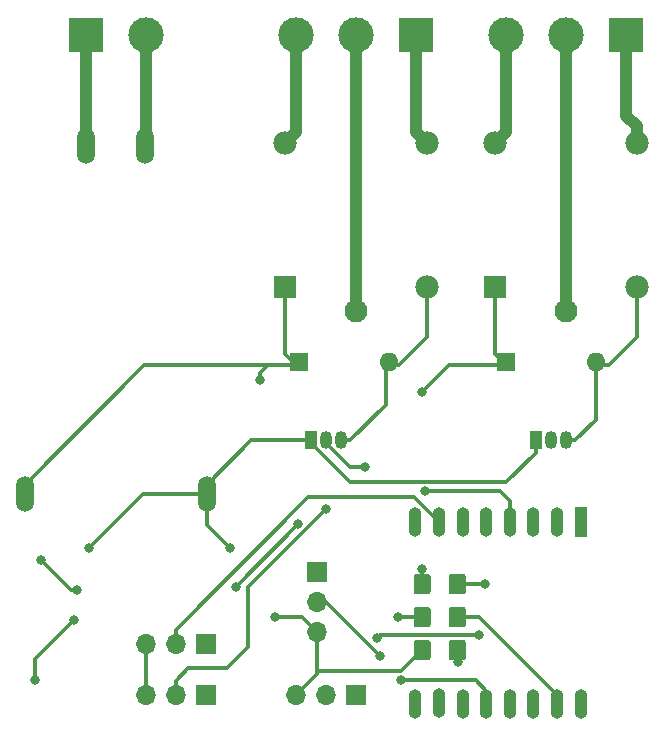
<source format=gbr>
G04 #@! TF.GenerationSoftware,KiCad,Pcbnew,5.0.2-bee76a0~70~ubuntu18.10.1*
G04 #@! TF.CreationDate,2019-05-17T12:20:37+02:00*
G04 #@! TF.ProjectId,interruptor,696e7465-7272-4757-9074-6f722e6b6963,rev?*
G04 #@! TF.SameCoordinates,Original*
G04 #@! TF.FileFunction,Copper,L2,Bot*
G04 #@! TF.FilePolarity,Positive*
%FSLAX46Y46*%
G04 Gerber Fmt 4.6, Leading zero omitted, Abs format (unit mm)*
G04 Created by KiCad (PCBNEW 5.0.2-bee76a0~70~ubuntu18.10.1) date vie 17 may 2019 12:20:37 CEST*
%MOMM*%
%LPD*%
G01*
G04 APERTURE LIST*
G04 #@! TA.AperFunction,ComponentPad*
%ADD10O,1.600000X1.600000*%
G04 #@! TD*
G04 #@! TA.AperFunction,ComponentPad*
%ADD11R,1.600000X1.600000*%
G04 #@! TD*
G04 #@! TA.AperFunction,Conductor*
%ADD12C,0.100000*%
G04 #@! TD*
G04 #@! TA.AperFunction,SMDPad,CuDef*
%ADD13C,1.425000*%
G04 #@! TD*
G04 #@! TA.AperFunction,ComponentPad*
%ADD14R,1.100000X2.500000*%
G04 #@! TD*
G04 #@! TA.AperFunction,ComponentPad*
%ADD15O,1.100000X2.500000*%
G04 #@! TD*
G04 #@! TA.AperFunction,ComponentPad*
%ADD16O,1.508000X3.016000*%
G04 #@! TD*
G04 #@! TA.AperFunction,ComponentPad*
%ADD17R,3.000000X3.000000*%
G04 #@! TD*
G04 #@! TA.AperFunction,ComponentPad*
%ADD18C,3.000000*%
G04 #@! TD*
G04 #@! TA.AperFunction,ComponentPad*
%ADD19R,1.700000X1.700000*%
G04 #@! TD*
G04 #@! TA.AperFunction,ComponentPad*
%ADD20O,1.700000X1.700000*%
G04 #@! TD*
G04 #@! TA.AperFunction,ComponentPad*
%ADD21R,1.980000X1.980000*%
G04 #@! TD*
G04 #@! TA.AperFunction,ComponentPad*
%ADD22C,1.935000*%
G04 #@! TD*
G04 #@! TA.AperFunction,ComponentPad*
%ADD23C,1.980000*%
G04 #@! TD*
G04 #@! TA.AperFunction,ComponentPad*
%ADD24R,1.050000X1.500000*%
G04 #@! TD*
G04 #@! TA.AperFunction,ComponentPad*
%ADD25O,1.050000X1.500000*%
G04 #@! TD*
G04 #@! TA.AperFunction,ViaPad*
%ADD26C,0.800000*%
G04 #@! TD*
G04 #@! TA.AperFunction,Conductor*
%ADD27C,0.304800*%
G04 #@! TD*
G04 #@! TA.AperFunction,Conductor*
%ADD28C,1.016000*%
G04 #@! TD*
G04 APERTURE END LIST*
D10*
G04 #@! TO.P,D2,1*
G04 #@! TO.N,Net-(D2-Pad1)*
X135945000Y-92475000D03*
D11*
G04 #@! TO.P,D2,2*
G04 #@! TO.N,Net-(C1-Pad1)*
X128325000Y-92475000D03*
G04 #@! TD*
G04 #@! TO.P,D1,2*
G04 #@! TO.N,Net-(C1-Pad1)*
X110775000Y-92450000D03*
D10*
G04 #@! TO.P,D1,1*
G04 #@! TO.N,Net-(D1-Pad1)*
X118395000Y-92450000D03*
G04 #@! TD*
D12*
G04 #@! TO.N,Net-(R1-Pad1)*
G04 #@! TO.C,R1*
G36*
X124656504Y-110378204D02*
X124680773Y-110381804D01*
X124704571Y-110387765D01*
X124727671Y-110396030D01*
X124749849Y-110406520D01*
X124770893Y-110419133D01*
X124790598Y-110433747D01*
X124808777Y-110450223D01*
X124825253Y-110468402D01*
X124839867Y-110488107D01*
X124852480Y-110509151D01*
X124862970Y-110531329D01*
X124871235Y-110554429D01*
X124877196Y-110578227D01*
X124880796Y-110602496D01*
X124882000Y-110627000D01*
X124882000Y-111877000D01*
X124880796Y-111901504D01*
X124877196Y-111925773D01*
X124871235Y-111949571D01*
X124862970Y-111972671D01*
X124852480Y-111994849D01*
X124839867Y-112015893D01*
X124825253Y-112035598D01*
X124808777Y-112053777D01*
X124790598Y-112070253D01*
X124770893Y-112084867D01*
X124749849Y-112097480D01*
X124727671Y-112107970D01*
X124704571Y-112116235D01*
X124680773Y-112122196D01*
X124656504Y-112125796D01*
X124632000Y-112127000D01*
X123707000Y-112127000D01*
X123682496Y-112125796D01*
X123658227Y-112122196D01*
X123634429Y-112116235D01*
X123611329Y-112107970D01*
X123589151Y-112097480D01*
X123568107Y-112084867D01*
X123548402Y-112070253D01*
X123530223Y-112053777D01*
X123513747Y-112035598D01*
X123499133Y-112015893D01*
X123486520Y-111994849D01*
X123476030Y-111972671D01*
X123467765Y-111949571D01*
X123461804Y-111925773D01*
X123458204Y-111901504D01*
X123457000Y-111877000D01*
X123457000Y-110627000D01*
X123458204Y-110602496D01*
X123461804Y-110578227D01*
X123467765Y-110554429D01*
X123476030Y-110531329D01*
X123486520Y-110509151D01*
X123499133Y-110488107D01*
X123513747Y-110468402D01*
X123530223Y-110450223D01*
X123548402Y-110433747D01*
X123568107Y-110419133D01*
X123589151Y-110406520D01*
X123611329Y-110396030D01*
X123634429Y-110387765D01*
X123658227Y-110381804D01*
X123682496Y-110378204D01*
X123707000Y-110377000D01*
X124632000Y-110377000D01*
X124656504Y-110378204D01*
X124656504Y-110378204D01*
G37*
D13*
G04 #@! TD*
G04 #@! TO.P,R1,1*
G04 #@! TO.N,Net-(R1-Pad1)*
X124169500Y-111252000D03*
D12*
G04 #@! TO.N,vcc*
G04 #@! TO.C,R1*
G36*
X121681504Y-110378204D02*
X121705773Y-110381804D01*
X121729571Y-110387765D01*
X121752671Y-110396030D01*
X121774849Y-110406520D01*
X121795893Y-110419133D01*
X121815598Y-110433747D01*
X121833777Y-110450223D01*
X121850253Y-110468402D01*
X121864867Y-110488107D01*
X121877480Y-110509151D01*
X121887970Y-110531329D01*
X121896235Y-110554429D01*
X121902196Y-110578227D01*
X121905796Y-110602496D01*
X121907000Y-110627000D01*
X121907000Y-111877000D01*
X121905796Y-111901504D01*
X121902196Y-111925773D01*
X121896235Y-111949571D01*
X121887970Y-111972671D01*
X121877480Y-111994849D01*
X121864867Y-112015893D01*
X121850253Y-112035598D01*
X121833777Y-112053777D01*
X121815598Y-112070253D01*
X121795893Y-112084867D01*
X121774849Y-112097480D01*
X121752671Y-112107970D01*
X121729571Y-112116235D01*
X121705773Y-112122196D01*
X121681504Y-112125796D01*
X121657000Y-112127000D01*
X120732000Y-112127000D01*
X120707496Y-112125796D01*
X120683227Y-112122196D01*
X120659429Y-112116235D01*
X120636329Y-112107970D01*
X120614151Y-112097480D01*
X120593107Y-112084867D01*
X120573402Y-112070253D01*
X120555223Y-112053777D01*
X120538747Y-112035598D01*
X120524133Y-112015893D01*
X120511520Y-111994849D01*
X120501030Y-111972671D01*
X120492765Y-111949571D01*
X120486804Y-111925773D01*
X120483204Y-111901504D01*
X120482000Y-111877000D01*
X120482000Y-110627000D01*
X120483204Y-110602496D01*
X120486804Y-110578227D01*
X120492765Y-110554429D01*
X120501030Y-110531329D01*
X120511520Y-110509151D01*
X120524133Y-110488107D01*
X120538747Y-110468402D01*
X120555223Y-110450223D01*
X120573402Y-110433747D01*
X120593107Y-110419133D01*
X120614151Y-110406520D01*
X120636329Y-110396030D01*
X120659429Y-110387765D01*
X120683227Y-110381804D01*
X120707496Y-110378204D01*
X120732000Y-110377000D01*
X121657000Y-110377000D01*
X121681504Y-110378204D01*
X121681504Y-110378204D01*
G37*
D13*
G04 #@! TD*
G04 #@! TO.P,R1,2*
G04 #@! TO.N,vcc*
X121194500Y-111252000D03*
D12*
G04 #@! TO.N,GND*
G04 #@! TO.C,R2*
G36*
X121681504Y-115966204D02*
X121705773Y-115969804D01*
X121729571Y-115975765D01*
X121752671Y-115984030D01*
X121774849Y-115994520D01*
X121795893Y-116007133D01*
X121815598Y-116021747D01*
X121833777Y-116038223D01*
X121850253Y-116056402D01*
X121864867Y-116076107D01*
X121877480Y-116097151D01*
X121887970Y-116119329D01*
X121896235Y-116142429D01*
X121902196Y-116166227D01*
X121905796Y-116190496D01*
X121907000Y-116215000D01*
X121907000Y-117465000D01*
X121905796Y-117489504D01*
X121902196Y-117513773D01*
X121896235Y-117537571D01*
X121887970Y-117560671D01*
X121877480Y-117582849D01*
X121864867Y-117603893D01*
X121850253Y-117623598D01*
X121833777Y-117641777D01*
X121815598Y-117658253D01*
X121795893Y-117672867D01*
X121774849Y-117685480D01*
X121752671Y-117695970D01*
X121729571Y-117704235D01*
X121705773Y-117710196D01*
X121681504Y-117713796D01*
X121657000Y-117715000D01*
X120732000Y-117715000D01*
X120707496Y-117713796D01*
X120683227Y-117710196D01*
X120659429Y-117704235D01*
X120636329Y-117695970D01*
X120614151Y-117685480D01*
X120593107Y-117672867D01*
X120573402Y-117658253D01*
X120555223Y-117641777D01*
X120538747Y-117623598D01*
X120524133Y-117603893D01*
X120511520Y-117582849D01*
X120501030Y-117560671D01*
X120492765Y-117537571D01*
X120486804Y-117513773D01*
X120483204Y-117489504D01*
X120482000Y-117465000D01*
X120482000Y-116215000D01*
X120483204Y-116190496D01*
X120486804Y-116166227D01*
X120492765Y-116142429D01*
X120501030Y-116119329D01*
X120511520Y-116097151D01*
X120524133Y-116076107D01*
X120538747Y-116056402D01*
X120555223Y-116038223D01*
X120573402Y-116021747D01*
X120593107Y-116007133D01*
X120614151Y-115994520D01*
X120636329Y-115984030D01*
X120659429Y-115975765D01*
X120683227Y-115969804D01*
X120707496Y-115966204D01*
X120732000Y-115965000D01*
X121657000Y-115965000D01*
X121681504Y-115966204D01*
X121681504Y-115966204D01*
G37*
D13*
G04 #@! TD*
G04 #@! TO.P,R2,2*
G04 #@! TO.N,GND*
X121194500Y-116840000D03*
D12*
G04 #@! TO.N,Net-(R2-Pad1)*
G04 #@! TO.C,R2*
G36*
X124656504Y-115966204D02*
X124680773Y-115969804D01*
X124704571Y-115975765D01*
X124727671Y-115984030D01*
X124749849Y-115994520D01*
X124770893Y-116007133D01*
X124790598Y-116021747D01*
X124808777Y-116038223D01*
X124825253Y-116056402D01*
X124839867Y-116076107D01*
X124852480Y-116097151D01*
X124862970Y-116119329D01*
X124871235Y-116142429D01*
X124877196Y-116166227D01*
X124880796Y-116190496D01*
X124882000Y-116215000D01*
X124882000Y-117465000D01*
X124880796Y-117489504D01*
X124877196Y-117513773D01*
X124871235Y-117537571D01*
X124862970Y-117560671D01*
X124852480Y-117582849D01*
X124839867Y-117603893D01*
X124825253Y-117623598D01*
X124808777Y-117641777D01*
X124790598Y-117658253D01*
X124770893Y-117672867D01*
X124749849Y-117685480D01*
X124727671Y-117695970D01*
X124704571Y-117704235D01*
X124680773Y-117710196D01*
X124656504Y-117713796D01*
X124632000Y-117715000D01*
X123707000Y-117715000D01*
X123682496Y-117713796D01*
X123658227Y-117710196D01*
X123634429Y-117704235D01*
X123611329Y-117695970D01*
X123589151Y-117685480D01*
X123568107Y-117672867D01*
X123548402Y-117658253D01*
X123530223Y-117641777D01*
X123513747Y-117623598D01*
X123499133Y-117603893D01*
X123486520Y-117582849D01*
X123476030Y-117560671D01*
X123467765Y-117537571D01*
X123461804Y-117513773D01*
X123458204Y-117489504D01*
X123457000Y-117465000D01*
X123457000Y-116215000D01*
X123458204Y-116190496D01*
X123461804Y-116166227D01*
X123467765Y-116142429D01*
X123476030Y-116119329D01*
X123486520Y-116097151D01*
X123499133Y-116076107D01*
X123513747Y-116056402D01*
X123530223Y-116038223D01*
X123548402Y-116021747D01*
X123568107Y-116007133D01*
X123589151Y-115994520D01*
X123611329Y-115984030D01*
X123634429Y-115975765D01*
X123658227Y-115969804D01*
X123682496Y-115966204D01*
X123707000Y-115965000D01*
X124632000Y-115965000D01*
X124656504Y-115966204D01*
X124656504Y-115966204D01*
G37*
D13*
G04 #@! TD*
G04 #@! TO.P,R2,1*
G04 #@! TO.N,Net-(R2-Pad1)*
X124169500Y-116840000D03*
D12*
G04 #@! TO.N,Net-(J2-Pad2)*
G04 #@! TO.C,R3*
G36*
X121681504Y-113172204D02*
X121705773Y-113175804D01*
X121729571Y-113181765D01*
X121752671Y-113190030D01*
X121774849Y-113200520D01*
X121795893Y-113213133D01*
X121815598Y-113227747D01*
X121833777Y-113244223D01*
X121850253Y-113262402D01*
X121864867Y-113282107D01*
X121877480Y-113303151D01*
X121887970Y-113325329D01*
X121896235Y-113348429D01*
X121902196Y-113372227D01*
X121905796Y-113396496D01*
X121907000Y-113421000D01*
X121907000Y-114671000D01*
X121905796Y-114695504D01*
X121902196Y-114719773D01*
X121896235Y-114743571D01*
X121887970Y-114766671D01*
X121877480Y-114788849D01*
X121864867Y-114809893D01*
X121850253Y-114829598D01*
X121833777Y-114847777D01*
X121815598Y-114864253D01*
X121795893Y-114878867D01*
X121774849Y-114891480D01*
X121752671Y-114901970D01*
X121729571Y-114910235D01*
X121705773Y-114916196D01*
X121681504Y-114919796D01*
X121657000Y-114921000D01*
X120732000Y-114921000D01*
X120707496Y-114919796D01*
X120683227Y-114916196D01*
X120659429Y-114910235D01*
X120636329Y-114901970D01*
X120614151Y-114891480D01*
X120593107Y-114878867D01*
X120573402Y-114864253D01*
X120555223Y-114847777D01*
X120538747Y-114829598D01*
X120524133Y-114809893D01*
X120511520Y-114788849D01*
X120501030Y-114766671D01*
X120492765Y-114743571D01*
X120486804Y-114719773D01*
X120483204Y-114695504D01*
X120482000Y-114671000D01*
X120482000Y-113421000D01*
X120483204Y-113396496D01*
X120486804Y-113372227D01*
X120492765Y-113348429D01*
X120501030Y-113325329D01*
X120511520Y-113303151D01*
X120524133Y-113282107D01*
X120538747Y-113262402D01*
X120555223Y-113244223D01*
X120573402Y-113227747D01*
X120593107Y-113213133D01*
X120614151Y-113200520D01*
X120636329Y-113190030D01*
X120659429Y-113181765D01*
X120683227Y-113175804D01*
X120707496Y-113172204D01*
X120732000Y-113171000D01*
X121657000Y-113171000D01*
X121681504Y-113172204D01*
X121681504Y-113172204D01*
G37*
D13*
G04 #@! TD*
G04 #@! TO.P,R3,1*
G04 #@! TO.N,Net-(J2-Pad2)*
X121194500Y-114046000D03*
D12*
G04 #@! TO.N,Net-(R3-Pad2)*
G04 #@! TO.C,R3*
G36*
X124656504Y-113172204D02*
X124680773Y-113175804D01*
X124704571Y-113181765D01*
X124727671Y-113190030D01*
X124749849Y-113200520D01*
X124770893Y-113213133D01*
X124790598Y-113227747D01*
X124808777Y-113244223D01*
X124825253Y-113262402D01*
X124839867Y-113282107D01*
X124852480Y-113303151D01*
X124862970Y-113325329D01*
X124871235Y-113348429D01*
X124877196Y-113372227D01*
X124880796Y-113396496D01*
X124882000Y-113421000D01*
X124882000Y-114671000D01*
X124880796Y-114695504D01*
X124877196Y-114719773D01*
X124871235Y-114743571D01*
X124862970Y-114766671D01*
X124852480Y-114788849D01*
X124839867Y-114809893D01*
X124825253Y-114829598D01*
X124808777Y-114847777D01*
X124790598Y-114864253D01*
X124770893Y-114878867D01*
X124749849Y-114891480D01*
X124727671Y-114901970D01*
X124704571Y-114910235D01*
X124680773Y-114916196D01*
X124656504Y-114919796D01*
X124632000Y-114921000D01*
X123707000Y-114921000D01*
X123682496Y-114919796D01*
X123658227Y-114916196D01*
X123634429Y-114910235D01*
X123611329Y-114901970D01*
X123589151Y-114891480D01*
X123568107Y-114878867D01*
X123548402Y-114864253D01*
X123530223Y-114847777D01*
X123513747Y-114829598D01*
X123499133Y-114809893D01*
X123486520Y-114788849D01*
X123476030Y-114766671D01*
X123467765Y-114743571D01*
X123461804Y-114719773D01*
X123458204Y-114695504D01*
X123457000Y-114671000D01*
X123457000Y-113421000D01*
X123458204Y-113396496D01*
X123461804Y-113372227D01*
X123467765Y-113348429D01*
X123476030Y-113325329D01*
X123486520Y-113303151D01*
X123499133Y-113282107D01*
X123513747Y-113262402D01*
X123530223Y-113244223D01*
X123548402Y-113227747D01*
X123568107Y-113213133D01*
X123589151Y-113200520D01*
X123611329Y-113190030D01*
X123634429Y-113181765D01*
X123658227Y-113175804D01*
X123682496Y-113172204D01*
X123707000Y-113171000D01*
X124632000Y-113171000D01*
X124656504Y-113172204D01*
X124656504Y-113172204D01*
G37*
D13*
G04 #@! TD*
G04 #@! TO.P,R3,2*
G04 #@! TO.N,Net-(R3-Pad2)*
X124169500Y-114046000D03*
D14*
G04 #@! TO.P,U3,1*
G04 #@! TO.N,N/C*
X134620000Y-105980000D03*
D15*
G04 #@! TO.P,U3,2*
X132620000Y-105980000D03*
G04 #@! TO.P,U3,3*
G04 #@! TO.N,Net-(R1-Pad1)*
X130620000Y-105980000D03*
G04 #@! TO.P,U3,4*
G04 #@! TO.N,int_1*
X128620000Y-105980000D03*
G04 #@! TO.P,U3,5*
G04 #@! TO.N,Relay_2*
X126620000Y-105980000D03*
G04 #@! TO.P,U3,6*
G04 #@! TO.N,Relay_1*
X124620000Y-105980000D03*
G04 #@! TO.P,U3,7*
G04 #@! TO.N,int_2*
X122620000Y-105980000D03*
G04 #@! TO.P,U3,8*
G04 #@! TO.N,vcc*
X120620000Y-105980000D03*
G04 #@! TO.P,U3,9*
G04 #@! TO.N,GND*
X120620000Y-121380000D03*
G04 #@! TO.P,U3,10*
G04 #@! TO.N,Net-(R2-Pad1)*
X122620000Y-121280000D03*
G04 #@! TO.P,U3,11*
G04 #@! TO.N,N/C*
X124620000Y-121380000D03*
G04 #@! TO.P,U3,12*
G04 #@! TO.N,Net-(J7-Pad2)*
X126620000Y-121380000D03*
G04 #@! TO.P,U3,13*
G04 #@! TO.N,N/C*
X128620000Y-121380000D03*
G04 #@! TO.P,U3,14*
X130620000Y-121380000D03*
G04 #@! TO.P,U3,15*
G04 #@! TO.N,Net-(R3-Pad2)*
X132620000Y-121380000D03*
G04 #@! TO.P,U3,16*
G04 #@! TO.N,Net-(J2-Pad1)*
X134620000Y-121380000D03*
G04 #@! TD*
D16*
G04 #@! TO.P,U1,P$1*
G04 #@! TO.N,Net-(J1-Pad2)*
X97750000Y-74200000D03*
G04 #@! TO.P,U1,P$2*
G04 #@! TO.N,Net-(J1-Pad1)*
X92750000Y-74200000D03*
G04 #@! TO.P,U1,P$3*
G04 #@! TO.N,GND*
X102950000Y-103600000D03*
G04 #@! TO.P,U1,P$4*
G04 #@! TO.N,Net-(C1-Pad1)*
X87550000Y-103600000D03*
G04 #@! TD*
D17*
G04 #@! TO.P,J1,1*
G04 #@! TO.N,Net-(J1-Pad1)*
X92710000Y-64770000D03*
D18*
G04 #@! TO.P,J1,2*
G04 #@! TO.N,Net-(J1-Pad2)*
X97790000Y-64770000D03*
G04 #@! TD*
D19*
G04 #@! TO.P,J2,1*
G04 #@! TO.N,Net-(J2-Pad1)*
X115570000Y-120650000D03*
D20*
G04 #@! TO.P,J2,2*
G04 #@! TO.N,Net-(J2-Pad2)*
X113030000Y-120650000D03*
G04 #@! TO.P,J2,3*
G04 #@! TO.N,GND*
X110490000Y-120650000D03*
G04 #@! TD*
D21*
G04 #@! TO.P,K1,A1*
G04 #@! TO.N,Net-(C1-Pad1)*
X109570000Y-86110000D03*
D22*
G04 #@! TO.P,K1,COM*
G04 #@! TO.N,Net-(J3-Pad2)*
X115570000Y-88110000D03*
D23*
G04 #@! TO.P,K1,A2*
G04 #@! TO.N,Net-(D1-Pad1)*
X121570000Y-86110000D03*
G04 #@! TO.P,K1,NO*
G04 #@! TO.N,Net-(J3-Pad1)*
X121570000Y-73910000D03*
G04 #@! TO.P,K1,NC*
G04 #@! TO.N,Net-(J3-Pad3)*
X109570000Y-73910000D03*
G04 #@! TD*
D21*
G04 #@! TO.P,K2,A1*
G04 #@! TO.N,Net-(C1-Pad1)*
X127350000Y-86110000D03*
D22*
G04 #@! TO.P,K2,COM*
G04 #@! TO.N,Net-(J4-Pad2)*
X133350000Y-88110000D03*
D23*
G04 #@! TO.P,K2,A2*
G04 #@! TO.N,Net-(D2-Pad1)*
X139350000Y-86110000D03*
G04 #@! TO.P,K2,NO*
G04 #@! TO.N,Net-(J4-Pad1)*
X139350000Y-73910000D03*
G04 #@! TO.P,K2,NC*
G04 #@! TO.N,Net-(J4-Pad3)*
X127350000Y-73910000D03*
G04 #@! TD*
D18*
G04 #@! TO.P,J3,3*
G04 #@! TO.N,Net-(J3-Pad3)*
X110490000Y-64770000D03*
G04 #@! TO.P,J3,2*
G04 #@! TO.N,Net-(J3-Pad2)*
X115570000Y-64770000D03*
D17*
G04 #@! TO.P,J3,1*
G04 #@! TO.N,Net-(J3-Pad1)*
X120650000Y-64770000D03*
G04 #@! TD*
G04 #@! TO.P,J4,1*
G04 #@! TO.N,Net-(J4-Pad1)*
X138430000Y-64770000D03*
D18*
G04 #@! TO.P,J4,2*
G04 #@! TO.N,Net-(J4-Pad2)*
X133350000Y-64770000D03*
G04 #@! TO.P,J4,3*
G04 #@! TO.N,Net-(J4-Pad3)*
X128270000Y-64770000D03*
G04 #@! TD*
D19*
G04 #@! TO.P,J5,1*
G04 #@! TO.N,vcc*
X102870000Y-120650000D03*
D20*
G04 #@! TO.P,J5,2*
G04 #@! TO.N,int_1*
X100330000Y-120650000D03*
G04 #@! TO.P,J5,3*
G04 #@! TO.N,GND*
X97790000Y-120650000D03*
G04 #@! TD*
D24*
G04 #@! TO.P,Q1,1*
G04 #@! TO.N,GND*
X111760000Y-99060000D03*
D25*
G04 #@! TO.P,Q1,3*
G04 #@! TO.N,Net-(D1-Pad1)*
X114300000Y-99060000D03*
G04 #@! TO.P,Q1,2*
G04 #@! TO.N,Net-(Q1-Pad2)*
X113030000Y-99060000D03*
G04 #@! TD*
G04 #@! TO.P,Q2,2*
G04 #@! TO.N,Net-(Q2-Pad2)*
X132080000Y-99060000D03*
G04 #@! TO.P,Q2,3*
G04 #@! TO.N,Net-(D2-Pad1)*
X133350000Y-99060000D03*
D24*
G04 #@! TO.P,Q2,1*
G04 #@! TO.N,GND*
X130810000Y-99060000D03*
G04 #@! TD*
D20*
G04 #@! TO.P,J6,3*
G04 #@! TO.N,GND*
X97790000Y-116332000D03*
G04 #@! TO.P,J6,2*
G04 #@! TO.N,int_2*
X100330000Y-116332000D03*
D19*
G04 #@! TO.P,J6,1*
G04 #@! TO.N,vcc*
X102870000Y-116332000D03*
G04 #@! TD*
G04 #@! TO.P,J7,1*
G04 #@! TO.N,N/C*
X112268000Y-110236000D03*
D20*
G04 #@! TO.P,J7,2*
G04 #@! TO.N,Net-(J7-Pad2)*
X112268000Y-112776000D03*
G04 #@! TO.P,J7,3*
G04 #@! TO.N,GND*
X112268000Y-115316000D03*
G04 #@! TD*
D26*
G04 #@! TO.N,Net-(C1-Pad1)*
X88900000Y-109220000D03*
X91948000Y-111760000D03*
X121158000Y-94996000D03*
X107442000Y-93980000D03*
G04 #@! TO.N,GND*
X92964000Y-108204000D03*
X104902000Y-108204000D03*
X108712000Y-114046000D03*
X121194500Y-116840000D03*
G04 #@! TO.N,Net-(R1-Pad1)*
X126492000Y-111252000D03*
G04 #@! TO.N,Net-(R2-Pad1)*
X124206000Y-117856000D03*
G04 #@! TO.N,Net-(J2-Pad1)*
X125984000Y-115570000D03*
X117348000Y-115824000D03*
G04 #@! TO.N,Net-(J2-Pad2)*
X119126000Y-114046000D03*
G04 #@! TO.N,vcc*
X91694000Y-114300000D03*
X88392000Y-119380000D03*
X121158000Y-109982000D03*
X105410000Y-111506000D03*
X110719972Y-106147972D03*
G04 #@! TO.N,Net-(Q1-Pad2)*
X116332000Y-101346000D03*
G04 #@! TO.N,int_1*
X113030000Y-104902000D03*
X121412000Y-103378000D03*
G04 #@! TO.N,Net-(J7-Pad2)*
X119380000Y-119380000D03*
X117602000Y-117348000D03*
G04 #@! TD*
D27*
G04 #@! TO.N,Net-(C1-Pad1)*
X109570000Y-91790000D02*
X110490000Y-92710000D01*
X109570000Y-86110000D02*
X109570000Y-91790000D01*
X127350000Y-91790000D02*
X128270000Y-92710000D01*
X127350000Y-86110000D02*
X127350000Y-91790000D01*
X109358630Y-92710000D02*
X110490000Y-92710000D01*
X97686000Y-92710000D02*
X109358630Y-92710000D01*
X87550000Y-102846000D02*
X97686000Y-92710000D01*
X87550000Y-103600000D02*
X87550000Y-102846000D01*
X88900000Y-109220000D02*
X91440000Y-111760000D01*
X91440000Y-111760000D02*
X91948000Y-111760000D01*
X128270000Y-92710000D02*
X123444000Y-92710000D01*
X123444000Y-92710000D02*
X121158000Y-94996000D01*
X108146315Y-92710000D02*
X110490000Y-92710000D01*
X107442000Y-93980000D02*
X107442000Y-93414315D01*
X107442000Y-93414315D02*
X108146315Y-92710000D01*
G04 #@! TO.N,GND*
X102950000Y-102846000D02*
X102950000Y-103600000D01*
X106736000Y-99060000D02*
X102950000Y-102846000D01*
X111760000Y-99060000D02*
X106736000Y-99060000D01*
X102950000Y-103600000D02*
X97568000Y-103600000D01*
X97568000Y-103600000D02*
X92964000Y-108204000D01*
X130810000Y-100114800D02*
X128308800Y-102616000D01*
X130810000Y-99060000D02*
X130810000Y-100114800D01*
X115091000Y-102616000D02*
X111760000Y-99285000D01*
X111760000Y-99285000D02*
X111760000Y-99060000D01*
X128308800Y-102616000D02*
X115091000Y-102616000D01*
X97790000Y-117534081D02*
X97790000Y-120650000D01*
X97790000Y-116332000D02*
X97790000Y-117534081D01*
X102950000Y-103600000D02*
X102950000Y-106252000D01*
X102950000Y-106252000D02*
X104902000Y-108204000D01*
X110998000Y-114046000D02*
X112268000Y-115316000D01*
X108712000Y-114046000D02*
X110998000Y-114046000D01*
X112268000Y-118872000D02*
X110490000Y-120650000D01*
X112268000Y-118618000D02*
X119416500Y-118618000D01*
X112268000Y-118618000D02*
X112268000Y-118872000D01*
X119416500Y-118618000D02*
X121194500Y-116840000D01*
X112268000Y-115316000D02*
X112268000Y-118618000D01*
G04 #@! TO.N,Net-(R1-Pad1)*
X126492000Y-111252000D02*
X124169500Y-111252000D01*
G04 #@! TO.N,Net-(R2-Pad1)*
X124206000Y-116876500D02*
X124169500Y-116840000D01*
X124206000Y-117856000D02*
X124206000Y-116876500D01*
G04 #@! TO.N,Net-(R3-Pad2)*
X125986000Y-114046000D02*
X132620000Y-120680000D01*
X124169500Y-114046000D02*
X125986000Y-114046000D01*
D28*
G04 #@! TO.N,Net-(J1-Pad1)*
X92710000Y-74160000D02*
X92750000Y-74200000D01*
X92710000Y-64770000D02*
X92710000Y-74160000D01*
G04 #@! TO.N,Net-(J1-Pad2)*
X97790000Y-74160000D02*
X97750000Y-74200000D01*
X97790000Y-64770000D02*
X97790000Y-74160000D01*
D27*
G04 #@! TO.N,Net-(D1-Pad1)*
X119214800Y-92710000D02*
X118110000Y-92710000D01*
X121570000Y-90354800D02*
X119214800Y-92710000D01*
X121570000Y-86110000D02*
X121570000Y-90354800D01*
X115129800Y-99060000D02*
X114300000Y-99060000D01*
X118110000Y-96079800D02*
X115129800Y-99060000D01*
X118110000Y-92710000D02*
X118110000Y-96079800D01*
G04 #@! TO.N,Net-(D2-Pad1)*
X136994800Y-92710000D02*
X135890000Y-92710000D01*
X139350000Y-90354800D02*
X136994800Y-92710000D01*
X139350000Y-86110000D02*
X139350000Y-90354800D01*
X134179800Y-99060000D02*
X133350000Y-99060000D01*
X135890000Y-97349800D02*
X134179800Y-99060000D01*
X135890000Y-92710000D02*
X135890000Y-97349800D01*
D28*
G04 #@! TO.N,Net-(J3-Pad3)*
X110490000Y-72990000D02*
X109570000Y-73910000D01*
X110490000Y-64770000D02*
X110490000Y-72990000D01*
G04 #@! TO.N,Net-(J3-Pad2)*
X115570000Y-66891320D02*
X115570000Y-88110000D01*
X115570000Y-64770000D02*
X115570000Y-66891320D01*
G04 #@! TO.N,Net-(J3-Pad1)*
X120650000Y-72990000D02*
X121570000Y-73910000D01*
X120650000Y-64770000D02*
X120650000Y-72990000D01*
G04 #@! TO.N,Net-(J4-Pad1)*
X138430000Y-64770000D02*
X138430000Y-71628000D01*
X139350000Y-72509929D02*
X139350000Y-73910000D01*
X138468071Y-71628000D02*
X139350000Y-72509929D01*
X138430000Y-71628000D02*
X138468071Y-71628000D01*
G04 #@! TO.N,Net-(J4-Pad2)*
X133350000Y-66891320D02*
X133350000Y-88110000D01*
X133350000Y-64770000D02*
X133350000Y-66891320D01*
G04 #@! TO.N,Net-(J4-Pad3)*
X128270000Y-72990000D02*
X127350000Y-73910000D01*
X128270000Y-64770000D02*
X128270000Y-72990000D01*
D27*
G04 #@! TO.N,Net-(J2-Pad1)*
X125984000Y-115570000D02*
X117602000Y-115570000D01*
X117602000Y-115570000D02*
X117348000Y-115824000D01*
G04 #@! TO.N,Net-(J2-Pad2)*
X119126000Y-114046000D02*
X121194500Y-114046000D01*
G04 #@! TO.N,vcc*
X91694000Y-114300000D02*
X88392000Y-117602000D01*
X88392000Y-117602000D02*
X88392000Y-119380000D01*
X121158000Y-111215500D02*
X121194500Y-111252000D01*
X121158000Y-109982000D02*
X121158000Y-111215500D01*
X105410000Y-111506000D02*
X110719972Y-106196028D01*
X110719972Y-106196028D02*
X110719972Y-106147972D01*
G04 #@! TO.N,Net-(Q1-Pad2)*
X115120155Y-101346000D02*
X116332000Y-101346000D01*
X113030000Y-99060000D02*
X113030000Y-99285000D01*
X115091000Y-101346000D02*
X115120155Y-101346000D01*
X113030000Y-99285000D02*
X115091000Y-101346000D01*
G04 #@! TO.N,int_1*
X100330000Y-119447919D02*
X101413919Y-118364000D01*
X100330000Y-120650000D02*
X100330000Y-119447919D01*
X101413919Y-118364000D02*
X103172322Y-118364000D01*
X103172322Y-118364000D02*
X104648000Y-118364000D01*
X104648000Y-118364000D02*
X106426000Y-116586000D01*
X106426000Y-116586000D02*
X106426000Y-111506000D01*
X106426000Y-111506000D02*
X113030000Y-104902000D01*
X128620000Y-104236000D02*
X128620000Y-106680000D01*
X121412000Y-103378000D02*
X127762000Y-103378000D01*
X127762000Y-103378000D02*
X128620000Y-104236000D01*
G04 #@! TO.N,int_2*
X100330000Y-115129919D02*
X111573919Y-103886000D01*
X100330000Y-116332000D02*
X100330000Y-115129919D01*
X120502200Y-103886000D02*
X122620000Y-106003800D01*
X122620000Y-106003800D02*
X122620000Y-106680000D01*
X111573919Y-103886000D02*
X120502200Y-103886000D01*
G04 #@! TO.N,Net-(J7-Pad2)*
X126620000Y-120680000D02*
X126620000Y-120270000D01*
X126620000Y-120270000D02*
X125730000Y-119380000D01*
X125730000Y-119380000D02*
X119380000Y-119380000D01*
X113030000Y-112776000D02*
X112268000Y-112776000D01*
X117602000Y-117348000D02*
X113030000Y-112776000D01*
G04 #@! TD*
M02*

</source>
